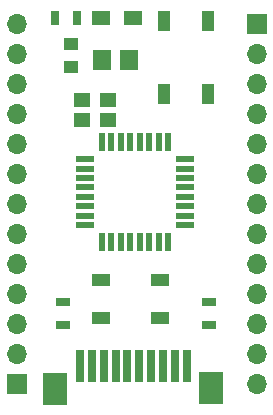
<source format=gbr>
G04 #@! TF.FileFunction,Soldermask,Top*
%FSLAX46Y46*%
G04 Gerber Fmt 4.6, Leading zero omitted, Abs format (unit mm)*
G04 Created by KiCad (PCBNEW 4.0.7) date Mon Feb  5 11:14:21 2018*
%MOMM*%
%LPD*%
G01*
G04 APERTURE LIST*
%ADD10C,0.100000*%
%ADD11R,1.550000X1.800000*%
%ADD12R,1.250000X1.000000*%
%ADD13R,1.500000X1.300000*%
%ADD14R,1.700000X1.700000*%
%ADD15O,1.700000X1.700000*%
%ADD16R,1.600000X1.000000*%
%ADD17R,1.300000X0.700000*%
%ADD18R,0.700000X1.300000*%
%ADD19R,1.100000X1.800000*%
%ADD20R,0.550000X1.600000*%
%ADD21R,1.600000X0.550000*%
%ADD22R,1.400000X1.200000*%
%ADD23R,0.700000X2.700000*%
%ADD24R,2.100000X2.800000*%
G04 APERTURE END LIST*
D10*
D11*
X97441000Y-76962000D03*
X95091000Y-76962000D03*
D12*
X92456000Y-77581000D03*
X92456000Y-75581000D03*
D13*
X97743000Y-73406000D03*
X95043000Y-73406000D03*
D14*
X108204000Y-73914000D03*
D15*
X108204000Y-76454000D03*
X108204000Y-78994000D03*
X108204000Y-81534000D03*
X108204000Y-84074000D03*
X108204000Y-86614000D03*
X108204000Y-89154000D03*
X108204000Y-91694000D03*
X108204000Y-94234000D03*
X108204000Y-96774000D03*
X108204000Y-99314000D03*
X108204000Y-101854000D03*
X108204000Y-104394000D03*
D14*
X87884000Y-104394000D03*
D15*
X87884000Y-101854000D03*
X87884000Y-99314000D03*
X87884000Y-96774000D03*
X87884000Y-94234000D03*
X87884000Y-91694000D03*
X87884000Y-89154000D03*
X87884000Y-86614000D03*
X87884000Y-84074000D03*
X87884000Y-81534000D03*
X87884000Y-78994000D03*
X87884000Y-76454000D03*
X87884000Y-73914000D03*
D16*
X100036000Y-98755000D03*
X100036000Y-95555000D03*
X95036000Y-98755000D03*
X95036000Y-95555000D03*
D17*
X91821000Y-99375000D03*
X91821000Y-97475000D03*
D18*
X93025000Y-73406000D03*
X91125000Y-73406000D03*
D17*
X104140000Y-99375000D03*
X104140000Y-97475000D03*
D19*
X100385000Y-79808000D03*
X100385000Y-73608000D03*
X104085000Y-79808000D03*
X104085000Y-73608000D03*
D20*
X100717000Y-83888000D03*
X99917000Y-83888000D03*
X99117000Y-83888000D03*
X98317000Y-83888000D03*
X97517000Y-83888000D03*
X96717000Y-83888000D03*
X95917000Y-83888000D03*
X95117000Y-83888000D03*
D21*
X93667000Y-85338000D03*
X93667000Y-86138000D03*
X93667000Y-86938000D03*
X93667000Y-87738000D03*
X93667000Y-88538000D03*
X93667000Y-89338000D03*
X93667000Y-90138000D03*
X93667000Y-90938000D03*
D20*
X95117000Y-92388000D03*
X95917000Y-92388000D03*
X96717000Y-92388000D03*
X97517000Y-92388000D03*
X98317000Y-92388000D03*
X99117000Y-92388000D03*
X99917000Y-92388000D03*
X100717000Y-92388000D03*
D21*
X102167000Y-90938000D03*
X102167000Y-90138000D03*
X102167000Y-89338000D03*
X102167000Y-88538000D03*
X102167000Y-87738000D03*
X102167000Y-86938000D03*
X102167000Y-86138000D03*
X102167000Y-85338000D03*
D22*
X95588000Y-80303000D03*
X93388000Y-80303000D03*
X93388000Y-82003000D03*
X95588000Y-82003000D03*
D23*
X93275000Y-102870000D03*
X94275000Y-102870000D03*
X95275000Y-102870000D03*
X96275000Y-102870000D03*
X97275000Y-102870000D03*
X98275000Y-102870000D03*
X99275000Y-102870000D03*
X100275000Y-102870000D03*
X101275000Y-102870000D03*
X102275000Y-102870000D03*
D24*
X91175000Y-104770000D03*
X104365000Y-104760000D03*
M02*

</source>
